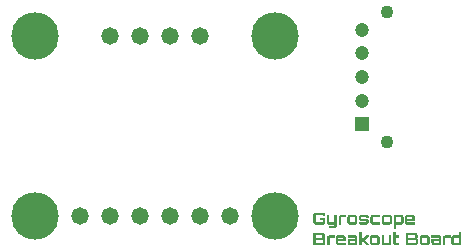
<source format=gbr>
G04*
G04 #@! TF.GenerationSoftware,Altium Limited,Altium Designer,23.1.1 (15)*
G04*
G04 Layer_Color=39423*
%FSLAX44Y44*%
%MOMM*%
G71*
G04*
G04 #@! TF.SameCoordinates,4BF497F3-78CA-41F9-8CC1-BB5D37DA9F24*
G04*
G04*
G04 #@! TF.FilePolarity,Negative*
G04*
G01*
G75*
%ADD13C,4.0132*%
%ADD14C,1.4732*%
%ADD15C,1.1000*%
%ADD16C,1.2000*%
%ADD17R,1.2000X1.2000*%
G36*
X345492Y7067D02*
Y7043D01*
Y6981D01*
X345480Y6870D01*
X345467Y6747D01*
X345443Y6598D01*
X345393Y6425D01*
X345331Y6253D01*
X345233Y6080D01*
X345220Y6055D01*
X345183Y6006D01*
X345122Y5919D01*
X345035Y5821D01*
X344936Y5697D01*
X344813Y5586D01*
X344665Y5463D01*
X344504Y5352D01*
X344480Y5339D01*
X344430Y5314D01*
X344332Y5265D01*
X344208Y5216D01*
X344060Y5166D01*
X343899Y5117D01*
X343702Y5092D01*
X343504Y5080D01*
X339061D01*
X338962Y5092D01*
X338826Y5117D01*
X338666Y5142D01*
X338493Y5191D01*
X338320Y5265D01*
X338147Y5352D01*
X338122Y5364D01*
X338073Y5401D01*
X337986Y5463D01*
X337888Y5549D01*
X337777Y5648D01*
X337653Y5771D01*
X337542Y5919D01*
X337431Y6080D01*
X337419Y6105D01*
X337394Y6154D01*
X337345Y6253D01*
X337295Y6376D01*
X337246Y6524D01*
X337197Y6685D01*
X337172Y6870D01*
X337159Y7067D01*
Y13289D01*
X339172D01*
Y7166D01*
Y7142D01*
X339196Y7104D01*
X339209D01*
X339258Y7092D01*
X343443D01*
X343455Y7104D01*
X343467Y7117D01*
X343480Y7166D01*
Y13289D01*
X345517D01*
X345492Y7067D01*
D02*
G37*
G36*
X404585Y5080D02*
X398153D01*
X398054Y5092D01*
X397906Y5117D01*
X397758Y5142D01*
X397585Y5191D01*
X397400Y5253D01*
X397227Y5339D01*
X397203Y5352D01*
X397153Y5389D01*
X397067Y5450D01*
X396968Y5537D01*
X396857Y5635D01*
X396734Y5759D01*
X396622Y5907D01*
X396511Y6068D01*
X396499Y6092D01*
X396474Y6154D01*
X396425Y6240D01*
X396376Y6364D01*
X396326Y6524D01*
X396277Y6685D01*
X396252Y6870D01*
X396240Y7067D01*
Y11289D01*
Y11302D01*
Y11314D01*
Y11376D01*
X396252Y11487D01*
X396277Y11623D01*
X396301Y11771D01*
X396351Y11944D01*
X396425Y12116D01*
X396511Y12289D01*
X396524Y12314D01*
X396561Y12363D01*
X396622Y12450D01*
X396709Y12548D01*
X396808Y12672D01*
X396931Y12795D01*
X397067Y12906D01*
X397227Y13017D01*
X397252Y13030D01*
X397314Y13054D01*
X397400Y13104D01*
X397524Y13153D01*
X397684Y13203D01*
X397857Y13252D01*
X398042Y13277D01*
X398252Y13289D01*
X402572D01*
Y15980D01*
X404597D01*
X404585Y5080D01*
D02*
G37*
G36*
X395783Y11277D02*
X391290D01*
X391253Y11252D01*
X391240Y11240D01*
X391228Y11228D01*
Y11191D01*
Y5080D01*
X389216D01*
Y11289D01*
Y11302D01*
Y11314D01*
Y11376D01*
X389228Y11487D01*
X389253Y11623D01*
X389277Y11771D01*
X389327Y11944D01*
X389401Y12116D01*
X389487Y12289D01*
X389500Y12314D01*
X389537Y12363D01*
X389599Y12450D01*
X389685Y12548D01*
X389796Y12672D01*
X389919Y12795D01*
X390055Y12906D01*
X390216Y13017D01*
X390240Y13030D01*
X390302Y13054D01*
X390388Y13104D01*
X390512Y13153D01*
X390660Y13203D01*
X390833Y13252D01*
X391030Y13277D01*
X391228Y13289D01*
X395783D01*
Y11277D01*
D02*
G37*
G36*
X385920Y13277D02*
X386056Y13252D01*
X386216Y13227D01*
X386377Y13178D01*
X386562Y13104D01*
X386735Y13017D01*
X386759Y13005D01*
X386809Y12968D01*
X386895Y12906D01*
X386994Y12832D01*
X387105Y12721D01*
X387228Y12598D01*
X387352Y12450D01*
X387450Y12289D01*
X387463Y12264D01*
X387488Y12215D01*
X387537Y12116D01*
X387586Y11993D01*
X387623Y11845D01*
X387673Y11672D01*
X387697Y11487D01*
X387710Y11289D01*
X387722Y5080D01*
X381278D01*
X381180Y5092D01*
X381044Y5117D01*
X380883Y5142D01*
X380710Y5191D01*
X380538Y5265D01*
X380365Y5352D01*
X380340Y5364D01*
X380291Y5401D01*
X380204Y5463D01*
X380106Y5549D01*
X379995Y5648D01*
X379871Y5771D01*
X379760Y5919D01*
X379649Y6080D01*
X379636Y6105D01*
X379612Y6154D01*
X379562Y6253D01*
X379513Y6376D01*
X379464Y6524D01*
X379414Y6685D01*
X379390Y6870D01*
X379377Y7067D01*
Y10191D01*
X385698Y10203D01*
Y11191D01*
Y11203D01*
Y11215D01*
X385685Y11240D01*
X385673Y11252D01*
X385661Y11264D01*
X385648Y11277D01*
X379377D01*
Y13289D01*
X385809D01*
X385920Y13277D01*
D02*
G37*
G36*
X376094D02*
X376230Y13252D01*
X376390Y13227D01*
X376550Y13178D01*
X376736Y13104D01*
X376908Y13017D01*
X376933Y13005D01*
X376982Y12968D01*
X377069Y12906D01*
X377168Y12832D01*
X377279Y12721D01*
X377402Y12598D01*
X377526Y12450D01*
X377624Y12289D01*
X377637Y12264D01*
X377661Y12215D01*
X377711Y12116D01*
X377760Y11993D01*
X377797Y11845D01*
X377847Y11672D01*
X377871Y11487D01*
X377884Y11289D01*
Y7067D01*
Y7043D01*
Y6981D01*
X377871Y6870D01*
X377859Y6747D01*
X377822Y6598D01*
X377772Y6425D01*
X377711Y6253D01*
X377612Y6080D01*
X377600Y6055D01*
X377563Y6006D01*
X377501Y5919D01*
X377427Y5821D01*
X377316Y5697D01*
X377192Y5586D01*
X377057Y5463D01*
X376896Y5352D01*
X376871Y5339D01*
X376822Y5314D01*
X376723Y5265D01*
X376600Y5216D01*
X376452Y5166D01*
X376279Y5117D01*
X376094Y5092D01*
X375884Y5080D01*
X371465D01*
X371353Y5092D01*
X371218Y5117D01*
X371069Y5142D01*
X370897Y5191D01*
X370724Y5265D01*
X370551Y5352D01*
X370526Y5364D01*
X370477Y5401D01*
X370391Y5463D01*
X370292Y5549D01*
X370181Y5648D01*
X370057Y5771D01*
X369934Y5919D01*
X369823Y6080D01*
X369810Y6105D01*
X369786Y6154D01*
X369736Y6253D01*
X369687Y6376D01*
X369638Y6524D01*
X369588Y6685D01*
X369563Y6870D01*
X369551Y7067D01*
Y11289D01*
Y11302D01*
Y11314D01*
Y11376D01*
X369563Y11487D01*
X369588Y11623D01*
X369613Y11771D01*
X369662Y11944D01*
X369736Y12116D01*
X369823Y12289D01*
X369835Y12314D01*
X369872Y12363D01*
X369934Y12450D01*
X370020Y12548D01*
X370131Y12672D01*
X370255Y12795D01*
X370391Y12906D01*
X370551Y13017D01*
X370576Y13030D01*
X370638Y13054D01*
X370724Y13104D01*
X370847Y13153D01*
X370995Y13203D01*
X371168Y13252D01*
X371353Y13277D01*
X371551Y13289D01*
X375983D01*
X376094Y13277D01*
D02*
G37*
G36*
X365835Y15264D02*
X365971Y15239D01*
X366132Y15202D01*
X366305Y15153D01*
X366477Y15091D01*
X366650Y14993D01*
X366675Y14980D01*
X366724Y14943D01*
X366811Y14882D01*
X366922Y14795D01*
X367033Y14696D01*
X367156Y14573D01*
X367280Y14425D01*
X367391Y14264D01*
X367403Y14239D01*
X367440Y14190D01*
X367477Y14091D01*
X367539Y13968D01*
X367588Y13820D01*
X367638Y13635D01*
X367675Y13449D01*
X367687Y13240D01*
Y11277D01*
Y11264D01*
Y11240D01*
Y11215D01*
Y11166D01*
X367675Y11055D01*
X367650Y10931D01*
Y10919D01*
Y10907D01*
X367625Y10833D01*
X367601Y10734D01*
X367564Y10610D01*
X367576Y10598D01*
X367601Y10561D01*
X367650Y10499D01*
X367700Y10425D01*
X367761Y10326D01*
X367823Y10215D01*
X367934Y9968D01*
X367946Y9956D01*
X367959Y9907D01*
X367983Y9845D01*
X368008Y9746D01*
X368033Y9647D01*
X368058Y9524D01*
X368082Y9401D01*
Y9265D01*
Y7117D01*
Y7092D01*
Y7018D01*
X368070Y6907D01*
X368045Y6771D01*
X368008Y6611D01*
X367959Y6438D01*
X367897Y6265D01*
X367798Y6080D01*
X367786Y6055D01*
X367749Y6006D01*
X367687Y5919D01*
X367601Y5821D01*
X367490Y5697D01*
X367366Y5586D01*
X367218Y5463D01*
X367045Y5352D01*
X367021Y5339D01*
X366971Y5314D01*
X366872Y5265D01*
X366749Y5216D01*
X366601Y5166D01*
X366416Y5117D01*
X366231Y5092D01*
X366021Y5080D01*
X357873D01*
Y15276D01*
X365737D01*
X365835Y15264D01*
D02*
G37*
G36*
X349022Y13289D02*
X352158D01*
X352146Y11277D01*
X349022D01*
Y7166D01*
Y7142D01*
X349047Y7104D01*
X349059D01*
X349109Y7092D01*
X352146D01*
X352158Y5080D01*
X348924D01*
X348825Y5092D01*
X348689Y5117D01*
X348529Y5142D01*
X348356Y5191D01*
X348183Y5265D01*
X348010Y5352D01*
X347985Y5364D01*
X347936Y5401D01*
X347850Y5463D01*
X347751Y5549D01*
X347640Y5648D01*
X347516Y5771D01*
X347393Y5919D01*
X347282Y6080D01*
X347270Y6105D01*
X347245Y6154D01*
X347195Y6253D01*
X347146Y6376D01*
X347097Y6524D01*
X347047Y6685D01*
X347023Y6870D01*
X347010Y7067D01*
Y15770D01*
X349022D01*
Y13289D01*
D02*
G37*
G36*
X333863Y13277D02*
X333999Y13252D01*
X334160Y13227D01*
X334320Y13178D01*
X334505Y13104D01*
X334678Y13017D01*
X334703Y13005D01*
X334752Y12968D01*
X334839Y12906D01*
X334938Y12832D01*
X335049Y12721D01*
X335172Y12598D01*
X335295Y12450D01*
X335394Y12289D01*
X335406Y12264D01*
X335431Y12215D01*
X335481Y12116D01*
X335530Y11993D01*
X335567Y11845D01*
X335616Y11672D01*
X335641Y11487D01*
X335653Y11289D01*
Y7067D01*
Y7043D01*
Y6981D01*
X335641Y6870D01*
X335629Y6747D01*
X335592Y6598D01*
X335542Y6425D01*
X335481Y6253D01*
X335382Y6080D01*
X335369Y6055D01*
X335332Y6006D01*
X335271Y5919D01*
X335197Y5821D01*
X335086Y5697D01*
X334962Y5586D01*
X334826Y5463D01*
X334666Y5352D01*
X334641Y5339D01*
X334592Y5314D01*
X334493Y5265D01*
X334370Y5216D01*
X334221Y5166D01*
X334049Y5117D01*
X333863Y5092D01*
X333654Y5080D01*
X329234D01*
X329123Y5092D01*
X328988Y5117D01*
X328839Y5142D01*
X328666Y5191D01*
X328494Y5265D01*
X328321Y5352D01*
X328296Y5364D01*
X328247Y5401D01*
X328160Y5463D01*
X328062Y5549D01*
X327951Y5648D01*
X327827Y5771D01*
X327704Y5919D01*
X327593Y6080D01*
X327580Y6105D01*
X327556Y6154D01*
X327506Y6253D01*
X327457Y6376D01*
X327407Y6524D01*
X327358Y6685D01*
X327333Y6870D01*
X327321Y7067D01*
Y11289D01*
Y11302D01*
Y11314D01*
Y11376D01*
X327333Y11487D01*
X327358Y11623D01*
X327383Y11771D01*
X327432Y11944D01*
X327506Y12116D01*
X327593Y12289D01*
X327605Y12314D01*
X327642Y12363D01*
X327704Y12450D01*
X327790Y12548D01*
X327901Y12672D01*
X328025Y12795D01*
X328160Y12906D01*
X328321Y13017D01*
X328345Y13030D01*
X328407Y13054D01*
X328494Y13104D01*
X328617Y13153D01*
X328765Y13203D01*
X328938Y13252D01*
X329123Y13277D01*
X329321Y13289D01*
X333752D01*
X333863Y13277D01*
D02*
G37*
G36*
X320223Y10203D02*
X321507D01*
X324358Y13289D01*
X326432D01*
Y12672D01*
X323272Y9178D01*
X326432Y5697D01*
Y5080D01*
X324358D01*
X321507Y8166D01*
X320223D01*
Y5080D01*
X318198D01*
Y15980D01*
X320223D01*
Y10203D01*
D02*
G37*
G36*
X314878Y13277D02*
X315014Y13252D01*
X315174Y13227D01*
X315334Y13178D01*
X315520Y13104D01*
X315693Y13017D01*
X315717Y13005D01*
X315767Y12968D01*
X315853Y12906D01*
X315952Y12832D01*
X316063Y12721D01*
X316186Y12598D01*
X316310Y12450D01*
X316409Y12289D01*
X316421Y12264D01*
X316446Y12215D01*
X316495Y12116D01*
X316544Y11993D01*
X316581Y11845D01*
X316631Y11672D01*
X316655Y11487D01*
X316668Y11289D01*
X316680Y5080D01*
X310236D01*
X310138Y5092D01*
X310002Y5117D01*
X309841Y5142D01*
X309669Y5191D01*
X309496Y5265D01*
X309323Y5352D01*
X309298Y5364D01*
X309249Y5401D01*
X309162Y5463D01*
X309064Y5549D01*
X308953Y5648D01*
X308829Y5771D01*
X308718Y5919D01*
X308607Y6080D01*
X308594Y6105D01*
X308570Y6154D01*
X308520Y6253D01*
X308471Y6376D01*
X308422Y6524D01*
X308372Y6685D01*
X308348Y6870D01*
X308335Y7067D01*
Y10191D01*
X314656Y10203D01*
Y11191D01*
Y11203D01*
Y11215D01*
X314643Y11240D01*
X314631Y11252D01*
X314619Y11264D01*
X314606Y11277D01*
X308335D01*
Y13289D01*
X314767D01*
X314878Y13277D01*
D02*
G37*
G36*
X305052D02*
X305187Y13252D01*
X305348Y13227D01*
X305508Y13178D01*
X305694Y13104D01*
X305866Y13017D01*
X305891Y13005D01*
X305940Y12968D01*
X306027Y12906D01*
X306126Y12832D01*
X306237Y12721D01*
X306360Y12598D01*
X306484Y12450D01*
X306582Y12289D01*
X306595Y12264D01*
X306619Y12215D01*
X306669Y12116D01*
X306718Y11993D01*
X306755Y11845D01*
X306805Y11672D01*
X306829Y11487D01*
X306842Y11289D01*
X306854Y8178D01*
X300521Y8166D01*
Y7166D01*
Y7142D01*
X300546Y7104D01*
X300558D01*
X300608Y7092D01*
X306854D01*
X306842Y5080D01*
X300422D01*
X300311Y5092D01*
X300176Y5117D01*
X300028Y5142D01*
X299855Y5191D01*
X299682Y5265D01*
X299509Y5352D01*
X299484Y5364D01*
X299435Y5401D01*
X299349Y5463D01*
X299250Y5549D01*
X299139Y5648D01*
X299015Y5771D01*
X298892Y5919D01*
X298781Y6080D01*
X298768Y6105D01*
X298744Y6154D01*
X298694Y6253D01*
X298645Y6376D01*
X298596Y6524D01*
X298546Y6685D01*
X298521Y6870D01*
X298509Y7067D01*
Y11289D01*
Y11302D01*
Y11314D01*
Y11376D01*
X298521Y11487D01*
X298546Y11623D01*
X298571Y11771D01*
X298620Y11944D01*
X298694Y12116D01*
X298781Y12289D01*
X298793Y12314D01*
X298830Y12363D01*
X298892Y12450D01*
X298978Y12548D01*
X299089Y12672D01*
X299213Y12795D01*
X299349Y12906D01*
X299509Y13017D01*
X299534Y13030D01*
X299595Y13054D01*
X299682Y13104D01*
X299805Y13153D01*
X299953Y13203D01*
X300126Y13252D01*
X300311Y13277D01*
X300509Y13289D01*
X304941D01*
X305052Y13277D01*
D02*
G37*
G36*
X297657Y11277D02*
X293164D01*
X293127Y11252D01*
X293115Y11240D01*
X293102Y11228D01*
Y11191D01*
Y5080D01*
X291090D01*
Y11289D01*
Y11302D01*
Y11314D01*
Y11376D01*
X291103Y11487D01*
X291127Y11623D01*
X291152Y11771D01*
X291201Y11944D01*
X291275Y12116D01*
X291362Y12289D01*
X291374Y12314D01*
X291411Y12363D01*
X291473Y12450D01*
X291559Y12548D01*
X291670Y12672D01*
X291794Y12795D01*
X291930Y12906D01*
X292090Y13017D01*
X292115Y13030D01*
X292176Y13054D01*
X292263Y13104D01*
X292386Y13153D01*
X292534Y13203D01*
X292707Y13252D01*
X292905Y13277D01*
X293102Y13289D01*
X297657D01*
Y11277D01*
D02*
G37*
G36*
X287362Y15264D02*
X287498Y15239D01*
X287658Y15202D01*
X287831Y15153D01*
X288004Y15091D01*
X288177Y14993D01*
X288202Y14980D01*
X288251Y14943D01*
X288337Y14882D01*
X288448Y14795D01*
X288559Y14696D01*
X288683Y14573D01*
X288806Y14425D01*
X288918Y14264D01*
X288930Y14239D01*
X288967Y14190D01*
X289004Y14091D01*
X289066Y13968D01*
X289115Y13820D01*
X289164Y13635D01*
X289202Y13449D01*
X289214Y13240D01*
Y11277D01*
Y11264D01*
Y11240D01*
Y11215D01*
Y11166D01*
X289202Y11055D01*
X289177Y10931D01*
Y10919D01*
Y10907D01*
X289152Y10833D01*
X289127Y10734D01*
X289090Y10610D01*
X289103Y10598D01*
X289127Y10561D01*
X289177Y10499D01*
X289226Y10425D01*
X289288Y10326D01*
X289350Y10215D01*
X289461Y9968D01*
X289473Y9956D01*
X289485Y9907D01*
X289510Y9845D01*
X289535Y9746D01*
X289559Y9647D01*
X289584Y9524D01*
X289609Y9401D01*
Y9265D01*
Y7117D01*
Y7092D01*
Y7018D01*
X289597Y6907D01*
X289572Y6771D01*
X289535Y6611D01*
X289485Y6438D01*
X289424Y6265D01*
X289325Y6080D01*
X289313Y6055D01*
X289275Y6006D01*
X289214Y5919D01*
X289127Y5821D01*
X289016Y5697D01*
X288893Y5586D01*
X288745Y5463D01*
X288572Y5352D01*
X288547Y5339D01*
X288498Y5314D01*
X288399Y5265D01*
X288276Y5216D01*
X288127Y5166D01*
X287942Y5117D01*
X287757Y5092D01*
X287547Y5080D01*
X279400D01*
Y15276D01*
X287263D01*
X287362Y15264D01*
D02*
G37*
G36*
X287757Y32493D02*
X287893Y32468D01*
X288053Y32431D01*
X288214Y32382D01*
X288399Y32320D01*
X288572Y32222D01*
X288597Y32209D01*
X288646Y32172D01*
X288732Y32110D01*
X288831Y32024D01*
X288955Y31925D01*
X289078Y31802D01*
X289202Y31654D01*
X289313Y31493D01*
X289325Y31469D01*
X289362Y31419D01*
X289399Y31320D01*
X289461Y31197D01*
X289510Y31049D01*
X289547Y30864D01*
X289584Y30678D01*
X289597Y30469D01*
Y29592D01*
X287535D01*
Y30370D01*
Y30382D01*
Y30394D01*
Y30407D01*
X287510Y30431D01*
X287498Y30444D01*
X287473Y30456D01*
X281486D01*
X281462Y30431D01*
X281449Y30419D01*
X281437Y30370D01*
Y24444D01*
Y24432D01*
Y24420D01*
X281462Y24370D01*
X281474Y24358D01*
X287486D01*
X287510Y24370D01*
X287523Y24395D01*
X287535Y24407D01*
Y24444D01*
X287547Y26123D01*
X285276Y26111D01*
X285288Y28173D01*
X289597D01*
Y24346D01*
Y24321D01*
Y24247D01*
X289584Y24136D01*
X289559Y24000D01*
X289522Y23840D01*
X289473Y23667D01*
X289411Y23494D01*
X289313Y23309D01*
X289300Y23284D01*
X289263Y23235D01*
X289202Y23148D01*
X289115Y23050D01*
X289004Y22926D01*
X288881Y22815D01*
X288732Y22692D01*
X288572Y22580D01*
X288547Y22568D01*
X288498Y22543D01*
X288399Y22494D01*
X288276Y22445D01*
X288127Y22395D01*
X287942Y22346D01*
X287757Y22321D01*
X287547Y22309D01*
X281338D01*
X281239Y22321D01*
X281091Y22346D01*
X280943Y22371D01*
X280770Y22420D01*
X280585Y22494D01*
X280412Y22580D01*
X280388Y22593D01*
X280338Y22630D01*
X280252Y22692D01*
X280153Y22778D01*
X280030Y22877D01*
X279906Y23000D01*
X279783Y23148D01*
X279672Y23309D01*
X279659Y23333D01*
X279634Y23395D01*
X279585Y23482D01*
X279536Y23617D01*
X279486Y23766D01*
X279437Y23951D01*
X279412Y24136D01*
X279400Y24346D01*
Y30469D01*
Y30481D01*
Y30493D01*
Y30567D01*
X279412Y30678D01*
X279437Y30814D01*
X279462Y30975D01*
X279511Y31135D01*
X279585Y31320D01*
X279672Y31493D01*
X279684Y31518D01*
X279721Y31567D01*
X279783Y31654D01*
X279869Y31752D01*
X279980Y31876D01*
X280104Y31999D01*
X280252Y32110D01*
X280412Y32222D01*
X280437Y32234D01*
X280499Y32271D01*
X280585Y32308D01*
X280709Y32370D01*
X280869Y32419D01*
X281042Y32456D01*
X281227Y32493D01*
X281437Y32505D01*
X287646D01*
X287757Y32493D01*
D02*
G37*
G36*
X324543Y30506D02*
X324692Y30481D01*
X324840Y30456D01*
X325013Y30407D01*
X325185Y30333D01*
X325358Y30246D01*
X325383Y30234D01*
X325432Y30197D01*
X325519Y30135D01*
X325617Y30049D01*
X325728Y29950D01*
X325852Y29827D01*
X325975Y29678D01*
X326087Y29518D01*
X326099Y29493D01*
X326136Y29444D01*
X326173Y29345D01*
X326222Y29222D01*
X326284Y29074D01*
X326321Y28901D01*
X326346Y28716D01*
X326358Y28518D01*
X326370Y28160D01*
X324334D01*
Y28419D01*
Y28432D01*
Y28444D01*
X324321Y28469D01*
X324309Y28481D01*
X324297Y28493D01*
X324247Y28506D01*
X320087D01*
X320038Y28481D01*
Y28469D01*
X320025Y28456D01*
Y28419D01*
Y27506D01*
Y27494D01*
X320038Y27444D01*
X320062Y27432D01*
X324445D01*
X324543Y27420D01*
X324692Y27395D01*
X324840Y27358D01*
X325013Y27308D01*
X325185Y27234D01*
X325358Y27148D01*
X325383Y27136D01*
X325432Y27099D01*
X325519Y27037D01*
X325617Y26950D01*
X325728Y26852D01*
X325852Y26728D01*
X325975Y26580D01*
X326087Y26420D01*
X326099Y26395D01*
X326136Y26346D01*
X326173Y26247D01*
X326222Y26123D01*
X326284Y25975D01*
X326321Y25802D01*
X326346Y25617D01*
X326358Y25420D01*
Y24296D01*
Y24272D01*
Y24210D01*
X326346Y24099D01*
X326333Y23975D01*
X326296Y23827D01*
X326247Y23654D01*
X326185Y23482D01*
X326087Y23309D01*
X326074Y23284D01*
X326037Y23235D01*
X325975Y23148D01*
X325889Y23050D01*
X325790Y22926D01*
X325654Y22815D01*
X325519Y22692D01*
X325358Y22580D01*
X325334Y22568D01*
X325284Y22543D01*
X325185Y22494D01*
X325062Y22445D01*
X324914Y22395D01*
X324741Y22346D01*
X324556Y22321D01*
X324346Y22309D01*
X319914D01*
X319803Y22321D01*
X319680Y22346D01*
X319532Y22371D01*
X319359Y22420D01*
X319186Y22494D01*
X319013Y22580D01*
X318988Y22593D01*
X318939Y22630D01*
X318853Y22692D01*
X318754Y22778D01*
X318631Y22877D01*
X318519Y23000D01*
X318396Y23148D01*
X318285Y23309D01*
X318272Y23333D01*
X318248Y23383D01*
X318198Y23482D01*
X318149Y23605D01*
X318100Y23753D01*
X318050Y23914D01*
X318026Y24099D01*
X318013Y24296D01*
Y24667D01*
X320025D01*
Y24395D01*
Y24370D01*
X320038Y24333D01*
X320062D01*
X320112Y24321D01*
X324272D01*
X324309Y24333D01*
X324321Y24346D01*
X324334Y24395D01*
Y25321D01*
Y25333D01*
X324309Y25370D01*
X324297Y25383D01*
X324272Y25395D01*
X319976D01*
X319914Y25407D01*
X319803Y25420D01*
X319680Y25432D01*
X319532Y25469D01*
X319359Y25519D01*
X319186Y25593D01*
X319013Y25679D01*
X318988Y25691D01*
X318939Y25728D01*
X318853Y25790D01*
X318754Y25877D01*
X318631Y25975D01*
X318519Y26099D01*
X318396Y26247D01*
X318285Y26407D01*
X318272Y26432D01*
X318248Y26494D01*
X318198Y26580D01*
X318149Y26704D01*
X318100Y26852D01*
X318050Y27025D01*
X318026Y27210D01*
X318013Y27407D01*
Y28518D01*
Y28530D01*
Y28543D01*
Y28605D01*
X318026Y28716D01*
X318050Y28851D01*
X318075Y29000D01*
X318124Y29172D01*
X318198Y29345D01*
X318285Y29518D01*
X318297Y29543D01*
X318334Y29592D01*
X318396Y29678D01*
X318482Y29777D01*
X318581Y29901D01*
X318705Y30024D01*
X318853Y30135D01*
X319013Y30246D01*
X319038Y30259D01*
X319087Y30283D01*
X319186Y30333D01*
X319309Y30382D01*
X319458Y30431D01*
X319618Y30481D01*
X319803Y30506D01*
X320001Y30518D01*
X324445D01*
X324543Y30506D01*
D02*
G37*
G36*
X299312Y21321D02*
Y21297D01*
Y21223D01*
X299299Y21124D01*
X299287Y20988D01*
X299250Y20828D01*
X299213Y20655D01*
X299139Y20482D01*
X299052Y20309D01*
X299040Y20284D01*
X299003Y20235D01*
X298941Y20149D01*
X298855Y20050D01*
X298756Y19939D01*
X298633Y19815D01*
X298484Y19704D01*
X298324Y19593D01*
X298299Y19581D01*
X298250Y19556D01*
X298151Y19507D01*
X298028Y19457D01*
X297880Y19408D01*
X297707Y19359D01*
X297509Y19334D01*
X297312Y19322D01*
X292312Y19309D01*
X292300Y21346D01*
X297238D01*
X297275Y21371D01*
X297287Y21383D01*
X297299Y21432D01*
Y22309D01*
X292880D01*
X292781Y22321D01*
X292645Y22346D01*
X292485Y22371D01*
X292312Y22420D01*
X292139Y22482D01*
X291954Y22568D01*
X291930Y22580D01*
X291880Y22617D01*
X291794Y22679D01*
X291695Y22766D01*
X291572Y22864D01*
X291460Y22988D01*
X291337Y23136D01*
X291226Y23296D01*
X291214Y23321D01*
X291189Y23383D01*
X291140Y23469D01*
X291103Y23593D01*
X291053Y23753D01*
X291004Y23914D01*
X290979Y24099D01*
X290967Y24296D01*
Y30493D01*
X292979D01*
Y24395D01*
Y24370D01*
X292991Y24333D01*
X293016D01*
X293065Y24321D01*
X297238D01*
X297275Y24333D01*
X297287Y24346D01*
X297299Y24395D01*
Y30493D01*
X299312D01*
Y21321D01*
D02*
G37*
G36*
X363391Y30506D02*
X363527Y30481D01*
X363688Y30456D01*
X363848Y30407D01*
X364033Y30333D01*
X364206Y30246D01*
X364231Y30234D01*
X364280Y30197D01*
X364366Y30135D01*
X364465Y30061D01*
X364576Y29950D01*
X364700Y29827D01*
X364823Y29678D01*
X364922Y29518D01*
X364934Y29493D01*
X364959Y29444D01*
X365008Y29345D01*
X365058Y29222D01*
X365095Y29074D01*
X365144Y28901D01*
X365169Y28716D01*
X365181Y28518D01*
X365194Y25407D01*
X358861Y25395D01*
Y24395D01*
Y24370D01*
X358886Y24333D01*
X358898D01*
X358947Y24321D01*
X365194D01*
X365181Y22309D01*
X358762D01*
X358651Y22321D01*
X358515Y22346D01*
X358367Y22371D01*
X358194Y22420D01*
X358022Y22494D01*
X357849Y22580D01*
X357824Y22593D01*
X357775Y22630D01*
X357688Y22692D01*
X357589Y22778D01*
X357478Y22877D01*
X357355Y23000D01*
X357231Y23148D01*
X357120Y23309D01*
X357108Y23333D01*
X357083Y23383D01*
X357034Y23482D01*
X356985Y23605D01*
X356935Y23753D01*
X356886Y23914D01*
X356861Y24099D01*
X356849Y24296D01*
Y28518D01*
Y28530D01*
Y28543D01*
Y28605D01*
X356861Y28716D01*
X356886Y28851D01*
X356911Y29000D01*
X356960Y29172D01*
X357034Y29345D01*
X357120Y29518D01*
X357133Y29543D01*
X357170Y29592D01*
X357231Y29678D01*
X357318Y29777D01*
X357429Y29901D01*
X357552Y30024D01*
X357688Y30135D01*
X357849Y30246D01*
X357873Y30259D01*
X357935Y30283D01*
X358022Y30333D01*
X358145Y30382D01*
X358293Y30431D01*
X358466Y30481D01*
X358651Y30506D01*
X358849Y30518D01*
X363280D01*
X363391Y30506D01*
D02*
G37*
G36*
X344171D02*
X344307Y30481D01*
X344467Y30456D01*
X344628Y30407D01*
X344813Y30333D01*
X344986Y30246D01*
X345010Y30234D01*
X345060Y30197D01*
X345146Y30135D01*
X345245Y30061D01*
X345356Y29950D01*
X345480Y29827D01*
X345603Y29678D01*
X345702Y29518D01*
X345714Y29493D01*
X345739Y29444D01*
X345788Y29345D01*
X345838Y29222D01*
X345875Y29074D01*
X345924Y28901D01*
X345949Y28716D01*
X345961Y28518D01*
Y24296D01*
Y24272D01*
Y24210D01*
X345949Y24099D01*
X345936Y23975D01*
X345899Y23827D01*
X345850Y23654D01*
X345788Y23482D01*
X345689Y23309D01*
X345677Y23284D01*
X345640Y23235D01*
X345578Y23148D01*
X345504Y23050D01*
X345393Y22926D01*
X345270Y22815D01*
X345134Y22692D01*
X344973Y22580D01*
X344949Y22568D01*
X344899Y22543D01*
X344801Y22494D01*
X344677Y22445D01*
X344529Y22395D01*
X344356Y22346D01*
X344171Y22321D01*
X343961Y22309D01*
X339542D01*
X339431Y22321D01*
X339295Y22346D01*
X339147Y22371D01*
X338974Y22420D01*
X338801Y22494D01*
X338628Y22580D01*
X338604Y22593D01*
X338554Y22630D01*
X338468Y22692D01*
X338369Y22778D01*
X338258Y22877D01*
X338135Y23000D01*
X338011Y23148D01*
X337900Y23309D01*
X337888Y23333D01*
X337863Y23383D01*
X337814Y23482D01*
X337764Y23605D01*
X337715Y23753D01*
X337666Y23914D01*
X337641Y24099D01*
X337629Y24296D01*
Y28518D01*
Y28530D01*
Y28543D01*
Y28605D01*
X337641Y28716D01*
X337666Y28851D01*
X337690Y29000D01*
X337740Y29172D01*
X337814Y29345D01*
X337900Y29518D01*
X337912Y29543D01*
X337949Y29592D01*
X338011Y29678D01*
X338098Y29777D01*
X338209Y29901D01*
X338332Y30024D01*
X338468Y30135D01*
X338628Y30246D01*
X338653Y30259D01*
X338715Y30283D01*
X338801Y30333D01*
X338925Y30382D01*
X339073Y30431D01*
X339246Y30481D01*
X339431Y30506D01*
X339628Y30518D01*
X344060D01*
X344171Y30506D01*
D02*
G37*
G36*
X336098Y28506D02*
X329852D01*
X329814Y28481D01*
X329802Y28469D01*
X329790Y28456D01*
Y28419D01*
Y24395D01*
Y24370D01*
X329814Y24333D01*
X329827D01*
X329876Y24321D01*
X336123D01*
X336110Y22309D01*
X329691D01*
X329580Y22321D01*
X329444Y22346D01*
X329296Y22371D01*
X329123Y22420D01*
X328950Y22494D01*
X328778Y22580D01*
X328753Y22593D01*
X328703Y22630D01*
X328617Y22692D01*
X328518Y22778D01*
X328407Y22877D01*
X328284Y23000D01*
X328160Y23148D01*
X328049Y23309D01*
X328037Y23333D01*
X328012Y23383D01*
X327963Y23482D01*
X327914Y23605D01*
X327864Y23753D01*
X327815Y23914D01*
X327790Y24099D01*
X327778Y24296D01*
Y28518D01*
Y28530D01*
Y28543D01*
Y28605D01*
X327790Y28716D01*
X327815Y28851D01*
X327839Y29000D01*
X327889Y29172D01*
X327963Y29345D01*
X328049Y29518D01*
X328062Y29543D01*
X328099Y29592D01*
X328160Y29678D01*
X328247Y29777D01*
X328358Y29901D01*
X328481Y30024D01*
X328617Y30135D01*
X328778Y30246D01*
X328802Y30259D01*
X328864Y30283D01*
X328950Y30333D01*
X329074Y30382D01*
X329222Y30431D01*
X329395Y30481D01*
X329580Y30506D01*
X329777Y30518D01*
X336110D01*
X336098Y28506D01*
D02*
G37*
G36*
X314779Y30506D02*
X314915Y30481D01*
X315075Y30456D01*
X315236Y30407D01*
X315421Y30333D01*
X315594Y30246D01*
X315618Y30234D01*
X315668Y30197D01*
X315754Y30135D01*
X315853Y30061D01*
X315964Y29950D01*
X316088Y29827D01*
X316211Y29678D01*
X316310Y29518D01*
X316322Y29493D01*
X316347Y29444D01*
X316396Y29345D01*
X316446Y29222D01*
X316483Y29074D01*
X316532Y28901D01*
X316557Y28716D01*
X316569Y28518D01*
Y24296D01*
Y24272D01*
Y24210D01*
X316557Y24099D01*
X316544Y23975D01*
X316507Y23827D01*
X316458Y23654D01*
X316396Y23482D01*
X316297Y23309D01*
X316285Y23284D01*
X316248Y23235D01*
X316186Y23148D01*
X316112Y23050D01*
X316001Y22926D01*
X315878Y22815D01*
X315742Y22692D01*
X315581Y22580D01*
X315557Y22568D01*
X315507Y22543D01*
X315409Y22494D01*
X315285Y22445D01*
X315137Y22395D01*
X314964Y22346D01*
X314779Y22321D01*
X314569Y22309D01*
X310150D01*
X310039Y22321D01*
X309903Y22346D01*
X309755Y22371D01*
X309582Y22420D01*
X309409Y22494D01*
X309236Y22580D01*
X309212Y22593D01*
X309162Y22630D01*
X309076Y22692D01*
X308977Y22778D01*
X308866Y22877D01*
X308743Y23000D01*
X308619Y23148D01*
X308508Y23309D01*
X308496Y23333D01*
X308471Y23383D01*
X308422Y23482D01*
X308372Y23605D01*
X308323Y23753D01*
X308274Y23914D01*
X308249Y24099D01*
X308237Y24296D01*
Y28518D01*
Y28530D01*
Y28543D01*
Y28605D01*
X308249Y28716D01*
X308274Y28851D01*
X308298Y29000D01*
X308348Y29172D01*
X308422Y29345D01*
X308508Y29518D01*
X308520Y29543D01*
X308557Y29592D01*
X308619Y29678D01*
X308706Y29777D01*
X308817Y29901D01*
X308940Y30024D01*
X309076Y30135D01*
X309236Y30246D01*
X309261Y30259D01*
X309323Y30283D01*
X309409Y30333D01*
X309533Y30382D01*
X309681Y30431D01*
X309854Y30481D01*
X310039Y30506D01*
X310236Y30518D01*
X314668D01*
X314779Y30506D01*
D02*
G37*
G36*
X307385Y28506D02*
X302891D01*
X302854Y28481D01*
X302842Y28469D01*
X302830Y28456D01*
Y28419D01*
Y22309D01*
X300818D01*
Y28518D01*
Y28530D01*
Y28543D01*
Y28605D01*
X300830Y28716D01*
X300855Y28851D01*
X300879Y29000D01*
X300929Y29172D01*
X301003Y29345D01*
X301089Y29518D01*
X301101Y29543D01*
X301138Y29592D01*
X301200Y29678D01*
X301287Y29777D01*
X301398Y29901D01*
X301521Y30024D01*
X301657Y30135D01*
X301817Y30246D01*
X301842Y30259D01*
X301904Y30283D01*
X301990Y30333D01*
X302114Y30382D01*
X302262Y30431D01*
X302435Y30481D01*
X302632Y30506D01*
X302830Y30518D01*
X307385D01*
Y28506D01*
D02*
G37*
G36*
X354022Y30506D02*
X354158Y30481D01*
X354306Y30456D01*
X354479Y30407D01*
X354651Y30333D01*
X354824Y30246D01*
X354849Y30234D01*
X354898Y30197D01*
X354985Y30135D01*
X355084Y30049D01*
X355207Y29950D01*
X355330Y29827D01*
X355442Y29678D01*
X355553Y29518D01*
X355565Y29493D01*
X355602Y29444D01*
X355639Y29345D01*
X355688Y29222D01*
X355750Y29074D01*
X355787Y28901D01*
X355812Y28716D01*
X355824Y28518D01*
Y24296D01*
Y24272D01*
Y24210D01*
X355812Y24099D01*
X355799Y23975D01*
X355762Y23827D01*
X355713Y23654D01*
X355651Y23482D01*
X355553Y23309D01*
X355540Y23284D01*
X355503Y23235D01*
X355442Y23148D01*
X355355Y23050D01*
X355256Y22926D01*
X355133Y22815D01*
X354985Y22692D01*
X354824Y22580D01*
X354800Y22568D01*
X354750Y22543D01*
X354651Y22494D01*
X354528Y22445D01*
X354380Y22395D01*
X354207Y22346D01*
X354022Y22321D01*
X353824Y22309D01*
X349504D01*
Y19050D01*
X347479D01*
Y30518D01*
X353911D01*
X354022Y30506D01*
D02*
G37*
%LPC*%
G36*
X402523Y11277D02*
X398326D01*
X398289Y11252D01*
X398277Y11240D01*
X398264Y11228D01*
Y11191D01*
Y7166D01*
Y7142D01*
X398289Y7104D01*
X398301D01*
X398351Y7092D01*
X402535D01*
X402548Y7104D01*
X402560Y7117D01*
X402572Y7166D01*
Y11191D01*
Y11203D01*
Y11215D01*
X402560Y11240D01*
X402548Y11252D01*
X402535Y11264D01*
X402523Y11277D01*
D02*
G37*
G36*
X381389Y8413D02*
Y7166D01*
Y7142D01*
X381414Y7104D01*
X381427D01*
X381476Y7092D01*
X385698D01*
Y8401D01*
X381389Y8413D01*
D02*
G37*
G36*
X375822Y11277D02*
X371625D01*
X371588Y11252D01*
X371576Y11240D01*
X371563Y11228D01*
Y11191D01*
Y7166D01*
Y7142D01*
X371588Y7104D01*
X371600D01*
X371650Y7092D01*
X375835D01*
X375847Y7104D01*
X375859Y7117D01*
X375872Y7166D01*
Y11191D01*
Y11203D01*
Y11215D01*
X375859Y11240D01*
X375847Y11252D01*
X375835Y11264D01*
X375822Y11277D01*
D02*
G37*
G36*
X365564Y13227D02*
X359960D01*
X359935Y13203D01*
Y13190D01*
X359922Y13141D01*
Y11363D01*
Y11351D01*
X359935Y11302D01*
X359947Y11289D01*
X365576D01*
X365589Y11302D01*
Y11314D01*
X365601Y11326D01*
X365613Y11363D01*
Y13141D01*
Y13153D01*
Y13166D01*
X365589Y13203D01*
X365576Y13215D01*
X365564Y13227D01*
D02*
G37*
G36*
X365922Y9240D02*
X359972D01*
X359935Y9215D01*
Y9203D01*
X359922Y9191D01*
Y9154D01*
Y7216D01*
Y7203D01*
Y7191D01*
X359935Y7142D01*
X359947Y7129D01*
X365971D01*
X365996Y7142D01*
X366008Y7166D01*
Y7179D01*
Y7216D01*
Y9154D01*
Y9166D01*
Y9178D01*
Y9203D01*
X365996Y9215D01*
X365984Y9228D01*
X365922Y9240D01*
D02*
G37*
G36*
X333592Y11277D02*
X329395D01*
X329358Y11252D01*
X329345Y11240D01*
X329333Y11228D01*
Y11191D01*
Y7166D01*
Y7142D01*
X329358Y7104D01*
X329370D01*
X329420Y7092D01*
X333604D01*
X333617Y7104D01*
X333629Y7117D01*
X333641Y7166D01*
Y11191D01*
Y11203D01*
Y11215D01*
X333629Y11240D01*
X333617Y11252D01*
X333604Y11264D01*
X333592Y11277D01*
D02*
G37*
G36*
X310347Y8413D02*
Y7166D01*
Y7142D01*
X310372Y7104D01*
X310384D01*
X310434Y7092D01*
X314656D01*
Y8401D01*
X310347Y8413D01*
D02*
G37*
G36*
X304780Y11277D02*
X300583D01*
X300546Y11252D01*
X300534Y11240D01*
X300521Y11228D01*
Y11191D01*
Y9944D01*
X304830Y9968D01*
Y11191D01*
Y11203D01*
Y11215D01*
X304817Y11240D01*
X304805Y11252D01*
X304792Y11264D01*
X304780Y11277D01*
D02*
G37*
G36*
X287091Y13227D02*
X281486D01*
X281462Y13203D01*
Y13190D01*
X281449Y13141D01*
Y11363D01*
Y11351D01*
X281462Y11302D01*
X281474Y11289D01*
X287103D01*
X287115Y11302D01*
Y11314D01*
X287128Y11326D01*
X287140Y11363D01*
Y13141D01*
Y13153D01*
Y13166D01*
X287115Y13203D01*
X287103Y13215D01*
X287091Y13227D01*
D02*
G37*
G36*
X287449Y9240D02*
X281499D01*
X281462Y9215D01*
Y9203D01*
X281449Y9191D01*
Y9154D01*
Y7216D01*
Y7203D01*
Y7191D01*
X281462Y7142D01*
X281474Y7129D01*
X287498D01*
X287523Y7142D01*
X287535Y7166D01*
Y7179D01*
Y7216D01*
Y9154D01*
Y9166D01*
Y9178D01*
Y9203D01*
X287523Y9215D01*
X287510Y9228D01*
X287449Y9240D01*
D02*
G37*
G36*
X363120Y28506D02*
X358923D01*
X358886Y28481D01*
X358873Y28469D01*
X358861Y28456D01*
Y28419D01*
Y27173D01*
X363169Y27197D01*
Y28419D01*
Y28432D01*
Y28444D01*
X363157Y28469D01*
X363144Y28481D01*
X363132Y28493D01*
X363120Y28506D01*
D02*
G37*
G36*
X343899D02*
X339702D01*
X339665Y28481D01*
X339653Y28469D01*
X339641Y28456D01*
Y28419D01*
Y24395D01*
Y24370D01*
X339665Y24333D01*
X339678D01*
X339727Y24321D01*
X343912D01*
X343924Y24333D01*
X343937Y24346D01*
X343949Y24395D01*
Y28419D01*
Y28432D01*
Y28444D01*
X343937Y28469D01*
X343924Y28481D01*
X343912Y28493D01*
X343899Y28506D01*
D02*
G37*
G36*
X314508D02*
X310310D01*
X310273Y28481D01*
X310261Y28469D01*
X310249Y28456D01*
Y28419D01*
Y24395D01*
Y24370D01*
X310273Y24333D01*
X310286D01*
X310335Y24321D01*
X314520D01*
X314532Y24333D01*
X314545Y24346D01*
X314557Y24395D01*
Y28419D01*
Y28432D01*
Y28444D01*
X314545Y28469D01*
X314532Y28481D01*
X314520Y28493D01*
X314508Y28506D01*
D02*
G37*
G36*
X353726D02*
X349566D01*
X349529Y28481D01*
X349516Y28469D01*
X349504Y28456D01*
Y28419D01*
Y24395D01*
Y24370D01*
X349529Y24333D01*
X349541D01*
X349578Y24321D01*
X353750D01*
X353787Y24333D01*
X353800Y24346D01*
X353812Y24395D01*
Y28419D01*
Y28432D01*
Y28444D01*
X353800Y28469D01*
X353787Y28481D01*
X353775Y28493D01*
X353726Y28506D01*
D02*
G37*
%LPD*%
D13*
X246906Y29736D02*
D03*
X43706D02*
D03*
X246906Y182136D02*
D03*
X43706D02*
D03*
D14*
X81806Y29736D02*
D03*
X183406D02*
D03*
X132606D02*
D03*
X158006D02*
D03*
X107206D02*
D03*
X208806D02*
D03*
X158006Y182136D02*
D03*
X132606D02*
D03*
X183406D02*
D03*
X107206D02*
D03*
D15*
X341670Y202320D02*
D03*
Y92320D02*
D03*
D16*
X320670Y187320D02*
D03*
Y167320D02*
D03*
Y147320D02*
D03*
Y127320D02*
D03*
D17*
Y107320D02*
D03*
M02*

</source>
